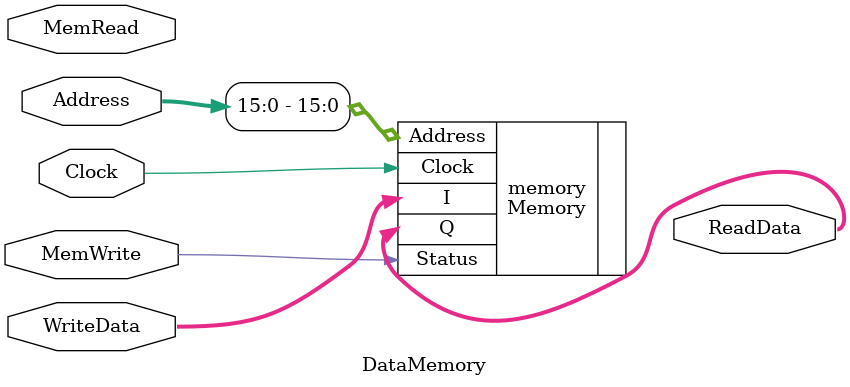
<source format=v>
`include "../Memory/Memory.v"

module DataMemory(Address, MemWrite, MemRead, WriteData, Clock, ReadData);
    input wire [63:0] Address, WriteData;
    input wire MemWrite, MemRead, Clock;
    output wire [63:0] ReadData;

    Memory#(.WordSize(64), .WordsNumberLog2(16)) memory(.Status(MemWrite), .Address(Address[15:0]), .I(WriteData), .Clock(Clock), .Q(ReadData));
endmodule
</source>
